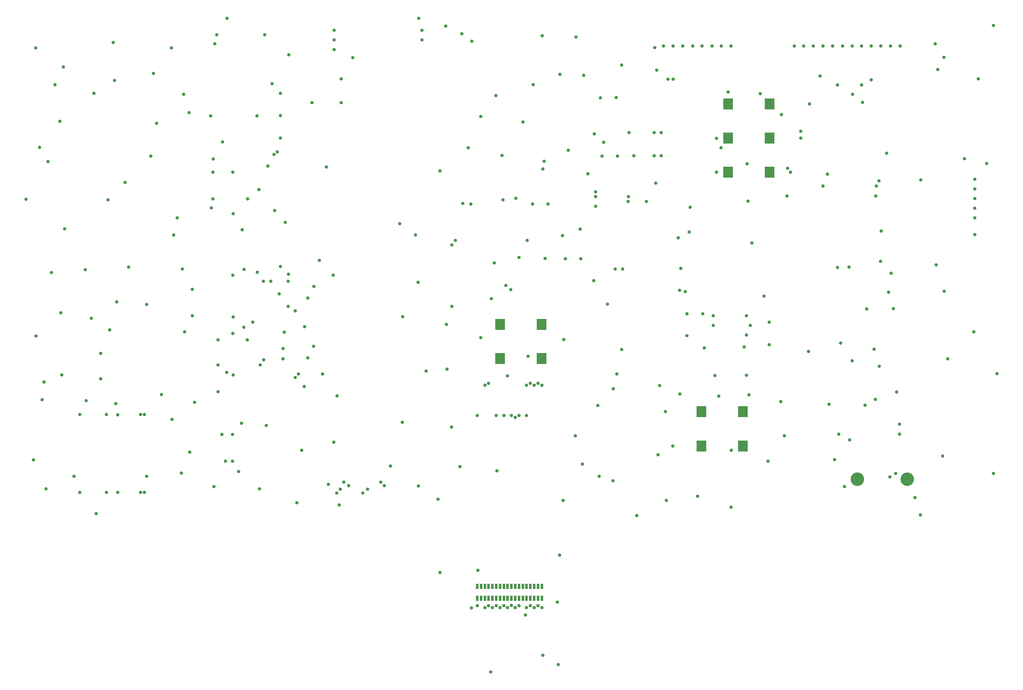
<source format=gbr>
G04 GENERATED BY PULSONIX 11.0 GERBER.DLL 8466*
G04 #@! TF.GenerationSoftware,Pulsonix,Pulsonix,11.0.8467*
G04 #@! TF.CreationDate,2021-12-19T21:00:54+00:00*
G04 #@! TF.Part,Single*
%FSLAX24Y24*%
%LPD*%
%MOIN*%
G04 #@! TF.FileFunction,Soldermask,Bot*
G04 #@! TF.FilePolarity,Negative*
G04 #@! TA.AperFunction,ViaPad*
%ADD13C,0.0354*%
G04 #@! TA.AperFunction,ComponentPad*
%ADD80C,0.1398*%
G04 #@! TA.AperFunction,SMDPad,CuDef*
%ADD129R,0.0984X0.1142*%
%ADD130R,0.0280X0.0579*%
G04 #@! TD.AperFunction*
X0Y0D02*
D02*
D13*
X3436Y53888D03*
X4196Y26907D03*
X4423Y69585D03*
X4461Y39740D03*
X4834Y59275D03*
X5113Y33124D03*
X5290Y34973D03*
X5509Y23921D03*
X5694Y57808D03*
X6063Y46297D03*
X6429Y65765D03*
X6943Y61966D03*
X7047Y42134D03*
X7121Y35710D03*
X7294Y67598D03*
X7425Y50830D03*
X8406Y25197D03*
X8996Y23524D03*
Y31595D03*
X9581Y46592D03*
X9667Y33026D03*
X10187Y41580D03*
X10451Y64862D03*
X10711Y21336D03*
X11162Y35295D03*
Y37953D03*
X11752Y23524D03*
Y31595D03*
X11925Y53835D03*
X12100Y40373D03*
X12473Y70134D03*
X12599Y66190D03*
X12742Y32722D03*
X12838Y43258D03*
X12933Y23524D03*
Y31575D03*
X13701Y55645D03*
X14083Y46856D03*
X15295Y23524D03*
Y31614D03*
X15689Y23524D03*
Y31595D03*
X15944Y43011D03*
X15945Y25197D03*
X16352Y58374D03*
X16625Y66930D03*
X16978Y61784D03*
X17473Y33670D03*
X18488Y69586D03*
X18574Y31092D03*
X18730Y50210D03*
X19094Y51967D03*
X19523Y25531D03*
X19638Y46674D03*
X19772Y64780D03*
X19854Y40186D03*
X20339Y62875D03*
X20409Y27702D03*
X20669Y41831D03*
Y44567D03*
X20916Y32864D03*
X22559Y62540D03*
X22630Y52990D03*
X22795Y56693D03*
X22815Y53937D03*
X22838Y58057D03*
X22884Y24153D03*
X22990Y70009D03*
X23209Y70925D03*
X23347Y33977D03*
Y36752D03*
Y39331D03*
X23721Y29528D03*
X23809Y59849D03*
X24095Y26772D03*
X24218Y35984D03*
X24277Y72653D03*
X24843Y26772D03*
Y29528D03*
X24862Y40020D03*
X24882Y46044D03*
Y56697D03*
X24902Y52421D03*
X24912Y35689D03*
Y41713D03*
X25464Y25720D03*
X25773Y30718D03*
X25847Y50748D03*
X25984Y40630D03*
X26024Y46654D03*
X26358Y39331D03*
X26398Y53937D03*
X26932Y41179D03*
X27362Y62540D03*
X27402Y46346D03*
X27559Y54921D03*
X27648Y23894D03*
X27697Y36752D03*
X28032Y45394D03*
X28071Y37264D03*
X28169Y70925D03*
X28324Y30459D03*
X28484Y57343D03*
X28799Y45394D03*
X28922Y65857D03*
X29134Y58544D03*
X29189Y52736D03*
X29478Y58802D03*
X29666Y44095D03*
X29784Y46929D03*
Y60236D03*
Y62559D03*
Y64882D03*
X30079Y37362D03*
Y38445D03*
X30199Y40146D03*
X30295Y51516D03*
X30591Y42795D03*
X30610Y45394D03*
X30629Y46129D03*
X30671Y68869D03*
X31319Y35433D03*
Y42323D03*
X31497Y22485D03*
X31673Y35807D03*
X31997Y27909D03*
X32264Y34488D03*
X32284Y40689D03*
X32618Y37481D03*
X32638Y43662D03*
X33071Y63898D03*
X33248Y38662D03*
X33268Y44862D03*
X33838Y47583D03*
X34173Y35807D03*
X34576Y57240D03*
X34766Y24384D03*
X35277Y46038D03*
X35319Y28723D03*
X35374Y69390D03*
Y70394D03*
Y71398D03*
X35630Y23484D03*
X35667Y33533D03*
X35886Y22225D03*
X36004Y23858D03*
X36103Y63898D03*
X36116Y66364D03*
X36378Y24606D03*
X36870Y24232D03*
X37315Y68579D03*
X38347Y23484D03*
X38839Y23858D03*
X40197Y24606D03*
X40571Y24232D03*
X41213Y26264D03*
X42183Y51373D03*
X42444Y30798D03*
X42460Y41754D03*
X43797Y50188D03*
X44074Y45298D03*
X44092Y24202D03*
X44148Y72651D03*
X44469Y70414D03*
Y71398D03*
X44905Y36097D03*
X46118Y22846D03*
X46337Y56822D03*
X46340Y15248D03*
X46934Y71843D03*
X47003Y40922D03*
X47073Y36321D03*
X47529Y30310D03*
X47553Y42817D03*
X47566Y49185D03*
X47933Y49626D03*
X48409Y26217D03*
X48615Y71052D03*
X48694Y53463D03*
X49252Y59252D03*
X49547Y53406D03*
X49617Y11573D03*
X49626Y70276D03*
X50197Y11811D03*
Y31496D03*
X50270Y15484D03*
X50555Y39559D03*
X50583Y62481D03*
X50984Y11614D03*
Y34646D03*
X51378Y11811D03*
Y34843D03*
X51586Y4950D03*
X51655Y43605D03*
X51772Y11614D03*
X51961Y47298D03*
X52136Y64641D03*
X52166Y11811D03*
Y31496D03*
X52234Y25784D03*
X52559Y11614D03*
X52781Y58433D03*
X52883Y53849D03*
X52953Y11811D03*
Y31496D03*
X53169Y44975D03*
X53322Y35593D03*
X53347Y11614D03*
X53680Y44551D03*
X53740Y11831D03*
Y31496D03*
X54134Y11614D03*
Y31299D03*
X54190Y54013D03*
X54528Y11811D03*
Y31496D03*
Y47855D03*
X54949Y61915D03*
X55193Y10824D03*
X55315Y11614D03*
Y31496D03*
Y34646D03*
X55374Y49646D03*
X55480Y37645D03*
X55709Y11811D03*
Y34843D03*
X55925Y53406D03*
X55985Y65758D03*
X56103Y11614D03*
Y34646D03*
X56496Y11811D03*
Y34843D03*
X56890Y11614D03*
Y34646D03*
X56923Y70834D03*
X56987Y6683D03*
X56988Y57028D03*
X57134Y57845D03*
X57224Y47766D03*
X57540Y53406D03*
X58511Y12157D03*
X58603Y5702D03*
X58726Y17050D03*
X58765Y66823D03*
X59036Y50144D03*
X59090Y22719D03*
X59154Y39370D03*
X59331Y47736D03*
X59636Y58957D03*
X60356Y29395D03*
X60428Y70707D03*
X60851Y50801D03*
X60945Y47736D03*
X61111Y26484D03*
X61221Y66732D03*
X61653Y56534D03*
X62264Y45473D03*
X62343Y60668D03*
X62481Y53166D03*
Y54173D03*
Y54666D03*
X62708Y32536D03*
X62825Y25203D03*
X62973Y64410D03*
X63130Y58386D03*
X63314Y59812D03*
X63707Y43036D03*
X64253Y24726D03*
X64311Y34281D03*
X64508Y46673D03*
X64587Y64429D03*
X64666Y35807D03*
X64744Y58386D03*
X65151Y38344D03*
X65180Y67812D03*
X65276Y46673D03*
X65847Y53666D03*
X65866Y54173D03*
X65945Y60788D03*
X66437Y58406D03*
X66720Y21138D03*
X67736Y53662D03*
X68524Y58406D03*
Y60788D03*
X68599Y69606D03*
X68714Y55576D03*
X68812Y67261D03*
X68923Y27445D03*
X69097Y34611D03*
X69272Y58406D03*
Y60788D03*
X69508Y69764D03*
X69685Y31890D03*
X69784Y22697D03*
X69961Y66339D03*
X70473Y28347D03*
X70512Y66339D03*
Y69764D03*
X71044Y49902D03*
X71162Y44475D03*
X71184Y33732D03*
X71299Y46750D03*
X71516Y69764D03*
X71772Y44351D03*
X71929Y42047D03*
X71949Y39764D03*
X72166Y50492D03*
X72266Y53075D03*
X72520Y69764D03*
X73021Y23151D03*
X73504Y69764D03*
X73583Y42047D03*
X73739Y38494D03*
X74528Y69764D03*
X74666Y40847D03*
Y41839D03*
X74843Y35650D03*
X75000Y56693D03*
Y60197D03*
X75237Y33520D03*
X75469Y59231D03*
X75512Y69764D03*
X76201Y65000D03*
X76490Y21988D03*
X76516Y69764D03*
X76539Y27891D03*
X77877Y38614D03*
X78091Y39839D03*
Y41839D03*
X78110Y35669D03*
X78169Y57579D03*
X78272Y53713D03*
X78371Y33651D03*
X78504Y40847D03*
X78682Y49384D03*
X79523Y64846D03*
X79941Y43858D03*
X80345Y26763D03*
X80453Y38839D03*
Y41162D03*
X81673Y32933D03*
X81720Y62669D03*
X82047Y29390D03*
X82303Y54232D03*
X82360Y57104D03*
X82677Y56693D03*
X83051Y69784D03*
X83733Y60942D03*
X83740Y60236D03*
X84036Y69784D03*
X84525Y38128D03*
X84646Y63780D03*
X85020Y69784D03*
X85737Y66655D03*
X86024Y69784D03*
X86044Y55276D03*
X86488Y56519D03*
X86673Y32658D03*
X87028Y69784D03*
X87233Y26929D03*
X87520Y46851D03*
Y65748D03*
X87658Y29567D03*
X87851Y38997D03*
X88051Y69784D03*
X88272Y24149D03*
X88740Y46870D03*
X88799Y28977D03*
X89055Y69784D03*
X89067Y37184D03*
X89114Y64784D03*
X90040Y69784D03*
X90044Y65748D03*
X90141Y63944D03*
X90414Y32579D03*
X90577Y42551D03*
X91024Y69784D03*
X91044Y66280D03*
X91319Y38366D03*
X91457Y33169D03*
X91496Y54232D03*
X91555Y55276D03*
X91821Y55805D03*
X91851Y36614D03*
X92011Y47478D03*
X92047Y69784D03*
X92081Y50589D03*
X92618Y58662D03*
X92837Y44272D03*
X92952Y25131D03*
X93032Y69784D03*
X93092Y46238D03*
X93347Y42559D03*
X93563Y25512D03*
X93678Y33922D03*
X93957Y29567D03*
Y30591D03*
X94044Y69784D03*
X95564Y22999D03*
X96129Y21221D03*
X96162Y55906D03*
X97677Y70000D03*
X97780Y47111D03*
X97938Y67342D03*
X98437Y27318D03*
X98557Y68616D03*
X98615Y44365D03*
X98975Y37366D03*
X100706Y58099D03*
X101660Y40177D03*
X101752Y51969D03*
Y52973D03*
Y53957D03*
Y54961D03*
Y55965D03*
X101769Y50237D03*
X102138Y66370D03*
X102984Y57599D03*
X103698Y71905D03*
X103716Y25492D03*
X104080Y35824D03*
D02*
D80*
X89599Y24914D03*
X94772D03*
D02*
D129*
X52579Y37402D03*
Y40945D03*
X56870Y37402D03*
Y40945D03*
X73445Y28347D03*
Y31890D03*
X76201Y56693D03*
Y60236D03*
Y63780D03*
X77736Y28347D03*
Y31890D03*
X80492Y56693D03*
Y60236D03*
Y63780D03*
D02*
D130*
X50197Y12559D03*
Y13819D03*
X50591Y12559D03*
Y13819D03*
X50984Y12559D03*
Y13819D03*
X51378Y12559D03*
Y13819D03*
X51772Y12559D03*
Y13819D03*
X52166Y12559D03*
Y13819D03*
X52559Y12559D03*
Y13819D03*
X52953Y12559D03*
Y13819D03*
X53347Y12559D03*
Y13819D03*
X53740Y12559D03*
Y13819D03*
X54134Y12559D03*
Y13819D03*
X54528Y12559D03*
Y13819D03*
X54921Y12559D03*
Y13819D03*
X55315Y12559D03*
Y13819D03*
X55709Y12559D03*
Y13819D03*
X56103Y12559D03*
Y13819D03*
X56496Y12559D03*
Y13819D03*
X56890Y12559D03*
Y13819D03*
X0Y0D02*
M02*

</source>
